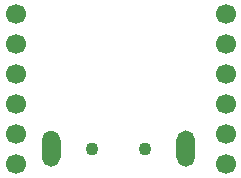
<source format=gbr>
G04 #@! TF.GenerationSoftware,KiCad,Pcbnew,(5.1.9-0-10_14)*
G04 #@! TF.CreationDate,2021-02-12T10:42:39+01:00*
G04 #@! TF.ProjectId,l0_USBA,6c305f55-5342-4412-9e6b-696361645f70,rev?*
G04 #@! TF.SameCoordinates,Original*
G04 #@! TF.FileFunction,Soldermask,Bot*
G04 #@! TF.FilePolarity,Negative*
%FSLAX46Y46*%
G04 Gerber Fmt 4.6, Leading zero omitted, Abs format (unit mm)*
G04 Created by KiCad (PCBNEW (5.1.9-0-10_14)) date 2021-02-12 10:42:39*
%MOMM*%
%LPD*%
G01*
G04 APERTURE LIST*
%ADD10C,1.100000*%
%ADD11C,1.700000*%
G04 APERTURE END LIST*
D10*
X95050000Y-118750000D03*
X90550000Y-118750000D03*
G36*
G01*
X97700000Y-119500000D02*
X97700000Y-118000000D01*
G75*
G02*
X98500000Y-117200000I800000J0D01*
G01*
X98500000Y-117200000D01*
G75*
G02*
X99300000Y-118000000I0J-800000D01*
G01*
X99300000Y-119500000D01*
G75*
G02*
X98500000Y-120300000I-800000J0D01*
G01*
X98500000Y-120300000D01*
G75*
G02*
X97700000Y-119500000I0J800000D01*
G01*
G37*
G36*
G01*
X86300000Y-119500000D02*
X86300000Y-118000000D01*
G75*
G02*
X87100000Y-117200000I800000J0D01*
G01*
X87100000Y-117200000D01*
G75*
G02*
X87900000Y-118000000I0J-800000D01*
G01*
X87900000Y-119500000D01*
G75*
G02*
X87100000Y-120300000I-800000J0D01*
G01*
X87100000Y-120300000D01*
G75*
G02*
X86300000Y-119500000I0J800000D01*
G01*
G37*
D11*
X101887500Y-109865000D03*
X101887500Y-107325000D03*
X101887500Y-117485000D03*
X101887500Y-112405000D03*
X101887500Y-120025000D03*
X84112500Y-107325000D03*
X84112500Y-117485000D03*
X84112500Y-112405000D03*
X101887500Y-114945000D03*
X84112500Y-114945000D03*
X84112500Y-120025000D03*
X84112500Y-109865000D03*
M02*

</source>
